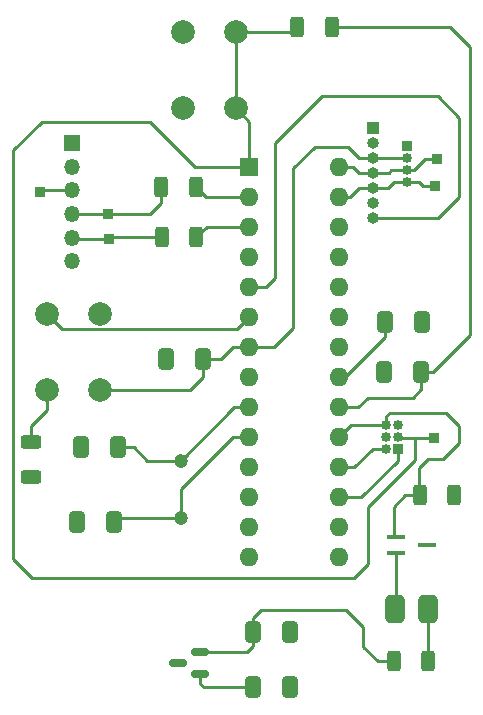
<source format=gbr>
%TF.GenerationSoftware,KiCad,Pcbnew,7.0.8*%
%TF.CreationDate,2023-11-13T12:09:03-08:00*%
%TF.ProjectId,411 PCB Arduino + Board Design,34313120-5043-4422-9041-726475696e6f,rev?*%
%TF.SameCoordinates,Original*%
%TF.FileFunction,Copper,L1,Top*%
%TF.FilePolarity,Positive*%
%FSLAX46Y46*%
G04 Gerber Fmt 4.6, Leading zero omitted, Abs format (unit mm)*
G04 Created by KiCad (PCBNEW 7.0.8) date 2023-11-13 12:09:03*
%MOMM*%
%LPD*%
G01*
G04 APERTURE LIST*
G04 Aperture macros list*
%AMRoundRect*
0 Rectangle with rounded corners*
0 $1 Rounding radius*
0 $2 $3 $4 $5 $6 $7 $8 $9 X,Y pos of 4 corners*
0 Add a 4 corners polygon primitive as box body*
4,1,4,$2,$3,$4,$5,$6,$7,$8,$9,$2,$3,0*
0 Add four circle primitives for the rounded corners*
1,1,$1+$1,$2,$3*
1,1,$1+$1,$4,$5*
1,1,$1+$1,$6,$7*
1,1,$1+$1,$8,$9*
0 Add four rect primitives between the rounded corners*
20,1,$1+$1,$2,$3,$4,$5,0*
20,1,$1+$1,$4,$5,$6,$7,0*
20,1,$1+$1,$6,$7,$8,$9,0*
20,1,$1+$1,$8,$9,$2,$3,0*%
G04 Aperture macros list end*
%TA.AperFunction,SMDPad,CuDef*%
%ADD10RoundRect,0.250000X-0.312500X-0.625000X0.312500X-0.625000X0.312500X0.625000X-0.312500X0.625000X0*%
%TD*%
%TA.AperFunction,ComponentPad*%
%ADD11R,0.850000X0.850000*%
%TD*%
%TA.AperFunction,ComponentPad*%
%ADD12C,2.000000*%
%TD*%
%TA.AperFunction,SMDPad,CuDef*%
%ADD13RoundRect,0.250000X-0.412500X-0.650000X0.412500X-0.650000X0.412500X0.650000X-0.412500X0.650000X0*%
%TD*%
%TA.AperFunction,SMDPad,CuDef*%
%ADD14R,1.500000X0.450000*%
%TD*%
%TA.AperFunction,ComponentPad*%
%ADD15R,1.000000X1.000000*%
%TD*%
%TA.AperFunction,ComponentPad*%
%ADD16O,1.000000X1.000000*%
%TD*%
%TA.AperFunction,SMDPad,CuDef*%
%ADD17RoundRect,0.412500X-0.412500X-0.792500X0.412500X-0.792500X0.412500X0.792500X-0.412500X0.792500X0*%
%TD*%
%TA.AperFunction,SMDPad,CuDef*%
%ADD18RoundRect,0.250000X0.312500X0.625000X-0.312500X0.625000X-0.312500X-0.625000X0.312500X-0.625000X0*%
%TD*%
%TA.AperFunction,SMDPad,CuDef*%
%ADD19RoundRect,0.250000X0.412500X0.650000X-0.412500X0.650000X-0.412500X-0.650000X0.412500X-0.650000X0*%
%TD*%
%TA.AperFunction,ComponentPad*%
%ADD20C,1.193800*%
%TD*%
%TA.AperFunction,ComponentPad*%
%ADD21O,0.850000X0.850000*%
%TD*%
%TA.AperFunction,SMDPad,CuDef*%
%ADD22RoundRect,0.150000X0.587500X0.150000X-0.587500X0.150000X-0.587500X-0.150000X0.587500X-0.150000X0*%
%TD*%
%TA.AperFunction,ComponentPad*%
%ADD23R,1.600000X1.600000*%
%TD*%
%TA.AperFunction,ComponentPad*%
%ADD24O,1.600000X1.600000*%
%TD*%
%TA.AperFunction,SMDPad,CuDef*%
%ADD25RoundRect,0.250000X0.625000X-0.312500X0.625000X0.312500X-0.625000X0.312500X-0.625000X-0.312500X0*%
%TD*%
%TA.AperFunction,ComponentPad*%
%ADD26R,1.350000X1.350000*%
%TD*%
%TA.AperFunction,ComponentPad*%
%ADD27O,1.350000X1.350000*%
%TD*%
%TA.AperFunction,Conductor*%
%ADD28C,0.250000*%
%TD*%
G04 APERTURE END LIST*
D10*
%TO.P,R2,1*%
%TO.N,+3.3V*%
X172222700Y-110388400D03*
%TO.P,R2,2*%
%TO.N,Net-(D1-A)*%
X175147700Y-110388400D03*
%TD*%
D11*
%TO.P,TP4,1,1*%
%TO.N,Net-(J2-Pin_5)*%
X148132800Y-74625200D03*
%TD*%
D12*
%TO.P,SW3,1,1*%
%TO.N,+3.3V*%
X147370800Y-87475200D03*
%TO.P,SW3,2,2*%
%TO.N,Net-(R6-Pad2)*%
X142870800Y-87475200D03*
%TO.P,SW3,3,K*%
%TO.N,unconnected-(SW3-K-Pad3)*%
X147370800Y-80975200D03*
%TO.P,SW3,4,A*%
%TO.N,Net-(SW3-A)*%
X142870800Y-80975200D03*
%TD*%
D13*
%TO.P,C3,1*%
%TO.N,GND*%
X152983400Y-84785200D03*
%TO.P,C3,2*%
%TO.N,+3.3V*%
X156108400Y-84785200D03*
%TD*%
D10*
%TO.P,R3,1*%
%TO.N,Net-(J1-SCK)*%
X174457900Y-96367600D03*
%TO.P,R3,2*%
%TO.N,GND*%
X177382900Y-96367600D03*
%TD*%
D11*
%TO.P,TP3,1,1*%
%TO.N,Net-(J2-Pin_4)*%
X148082000Y-72542400D03*
%TD*%
D14*
%TO.P,Q1,1,G*%
%TO.N,Net-(J1-SCK)*%
X172406000Y-99934000D03*
%TO.P,Q1,2,D*%
%TO.N,Net-(D1-K)*%
X172406000Y-101234000D03*
%TO.P,Q1,3,S*%
%TO.N,GND*%
X175066000Y-100584000D03*
%TD*%
D15*
%TO.P,JP1,1,1*%
%TO.N,/V_IN*%
X170484800Y-65227200D03*
D16*
%TO.P,JP1,2,2*%
%TO.N,GND*%
X170484800Y-66497200D03*
%TO.P,JP1,3,3*%
%TO.N,+3.3V*%
X170484800Y-67767200D03*
%TO.P,JP1,4,4*%
%TO.N,/SCL_3.3V*%
X170484800Y-69037200D03*
%TO.P,JP1,5,5*%
%TO.N,/SDA_3.3V*%
X170484800Y-70307200D03*
%TO.P,JP1,6,6*%
%TO.N,/INT*%
X170484800Y-71577200D03*
%TO.P,JP1,7,7*%
%TO.N,/LED_EN*%
X170484800Y-72847200D03*
%TD*%
D17*
%TO.P,D1,1,K*%
%TO.N,Net-(D1-K)*%
X172383800Y-106019600D03*
%TO.P,D1,2,A*%
%TO.N,Net-(D1-A)*%
X175183800Y-106019600D03*
%TD*%
D13*
%TO.P,C2,1*%
%TO.N,GND*%
X145757500Y-92303600D03*
%TO.P,C2,2*%
%TO.N,Net-(U1-XTAL1{slash}PB6)*%
X148882500Y-92303600D03*
%TD*%
D18*
%TO.P,R1,1*%
%TO.N,+3.3V*%
X166979600Y-56743600D03*
%TO.P,R1,2*%
%TO.N,Net-(J1-~{RST})*%
X164054600Y-56743600D03*
%TD*%
D13*
%TO.P,C6,1*%
%TO.N,+VDC*%
X160298600Y-112623600D03*
%TO.P,C6,2*%
%TO.N,GND*%
X163423600Y-112623600D03*
%TD*%
D12*
%TO.P,SW1,1,A*%
%TO.N,GND*%
X154402400Y-63599200D03*
X154402400Y-57099200D03*
%TO.P,SW1,2,B*%
%TO.N,Net-(J1-~{RST})*%
X158902400Y-63599200D03*
X158902400Y-57099200D03*
%TD*%
D19*
%TO.P,C5,1*%
%TO.N,GND*%
X174638100Y-81686400D03*
%TO.P,C5,2*%
%TO.N,Net-(U1-AREF)*%
X171513100Y-81686400D03*
%TD*%
D20*
%TO.P,Y1,1,1*%
%TO.N,Net-(U1-XTAL1{slash}PB6)*%
X154228800Y-93421200D03*
%TO.P,Y1,2,2*%
%TO.N,Net-(U1-XTAL2{slash}PB7)*%
X154228800Y-98301201D03*
%TD*%
D11*
%TO.P,J4,1,Pin_1*%
%TO.N,GND*%
X173329600Y-66802000D03*
D21*
%TO.P,J4,2,Pin_2*%
%TO.N,+3.3V*%
X173329600Y-67802000D03*
%TO.P,J4,3,Pin_3*%
%TO.N,/SCL_3.3V*%
X173329600Y-68802000D03*
%TO.P,J4,4,Pin_4*%
%TO.N,/SDA_3.3V*%
X173329600Y-69802000D03*
%TD*%
D13*
%TO.P,C4,1*%
%TO.N,GND*%
X171411500Y-85953600D03*
%TO.P,C4,2*%
%TO.N,+3.3V*%
X174536500Y-85953600D03*
%TD*%
D22*
%TO.P,J5,1,VIN*%
%TO.N,+VDC*%
X155849800Y-111490800D03*
%TO.P,J5,2,VOUT*%
%TO.N,+3.3V*%
X155849800Y-109590800D03*
%TO.P,J5,3,GND*%
%TO.N,GND*%
X153974800Y-110540800D03*
%TD*%
D11*
%TO.P,TP2,1,1*%
%TO.N,Net-(J2-Pin_3)*%
X142290800Y-70713600D03*
%TD*%
D23*
%TO.P,U1,1,~{RESET}/PC6*%
%TO.N,Net-(J1-~{RST})*%
X160020000Y-68580000D03*
D24*
%TO.P,U1,2,(RXD)PD0*%
%TO.N,Net-(U1-(RXD)PD0)*%
X160020000Y-71120000D03*
%TO.P,U1,3,(TXD)PD1*%
%TO.N,Net-(U1-(TXD)PD1)*%
X160020000Y-73660000D03*
%TO.P,U1,4,(INT0)PD2*%
%TO.N,unconnected-(U1-(INT0)PD2-Pad4)*%
X160020000Y-76200000D03*
%TO.P,U1,5,(INT1)PD3*%
%TO.N,/LED_EN*%
X160020000Y-78740000D03*
%TO.P,U1,6,(T0)PD4*%
%TO.N,Net-(SW3-A)*%
X160020000Y-81280000D03*
%TO.P,U1,7,VCC*%
%TO.N,+3.3V*%
X160020000Y-83820000D03*
%TO.P,U1,8,GND*%
%TO.N,GND*%
X160020000Y-86360000D03*
%TO.P,U1,9,XTAL1/PB6*%
%TO.N,Net-(U1-XTAL1{slash}PB6)*%
X160020000Y-88900000D03*
%TO.P,U1,10,XTAL2/PB7*%
%TO.N,Net-(U1-XTAL2{slash}PB7)*%
X160020000Y-91440000D03*
%TO.P,U1,11,(T1)PD5*%
%TO.N,unconnected-(U1-(T1)PD5-Pad11)*%
X160020000Y-93980000D03*
%TO.P,U1,12,(AIN0)PD6*%
%TO.N,unconnected-(U1-(AIN0)PD6-Pad12)*%
X160020000Y-96520000D03*
%TO.P,U1,13,(AIN1)PD7*%
%TO.N,unconnected-(U1-(AIN1)PD7-Pad13)*%
X160020000Y-99060000D03*
%TO.P,U1,14,(ICP)PB0*%
%TO.N,unconnected-(U1-(ICP)PB0-Pad14)*%
X160020000Y-101600000D03*
%TO.P,U1,15,(OC1)PB1*%
%TO.N,unconnected-(U1-(OC1)PB1-Pad15)*%
X167640000Y-101600000D03*
%TO.P,U1,16,(SS)PB2*%
%TO.N,unconnected-(U1-(SS)PB2-Pad16)*%
X167640000Y-99060000D03*
%TO.P,U1,17,(MOSI)PB3*%
%TO.N,Net-(J1-MOSI)*%
X167640000Y-96520000D03*
%TO.P,U1,18,(MISO)PB4*%
%TO.N,Net-(J1-MISO)*%
X167640000Y-93980000D03*
%TO.P,U1,19,(SCK)PB5*%
%TO.N,Net-(J1-SCK)*%
X167640000Y-91440000D03*
%TO.P,U1,20,AVCC*%
%TO.N,+3.3V*%
X167640000Y-88900000D03*
%TO.P,U1,21,AREF*%
%TO.N,Net-(U1-AREF)*%
X167640000Y-86360000D03*
%TO.P,U1,22,GND*%
%TO.N,GND*%
X167640000Y-83820000D03*
%TO.P,U1,23,(ADC0)PC0*%
%TO.N,unconnected-(U1-(ADC0)PC0-Pad23)*%
X167640000Y-81280000D03*
%TO.P,U1,24,(ADC1)PC1*%
%TO.N,unconnected-(U1-(ADC1)PC1-Pad24)*%
X167640000Y-78740000D03*
%TO.P,U1,25,(ADC2)PC2*%
%TO.N,unconnected-(U1-(ADC2)PC2-Pad25)*%
X167640000Y-76200000D03*
%TO.P,U1,26,(ADC3)PC3*%
%TO.N,unconnected-(U1-(ADC3)PC3-Pad26)*%
X167640000Y-73660000D03*
%TO.P,U1,27,(ADC4/SDA)PC4*%
%TO.N,/SDA_3.3V*%
X167640000Y-71120000D03*
%TO.P,U1,28,(ADC5/SCL)PC5*%
%TO.N,/SCL_3.3V*%
X167640000Y-68580000D03*
%TD*%
D13*
%TO.P,C7,1*%
%TO.N,+3.3V*%
X160298600Y-107950000D03*
%TO.P,C7,2*%
%TO.N,GND*%
X163423600Y-107950000D03*
%TD*%
D11*
%TO.P,TP6,1,1*%
%TO.N,/SDA_3.3V*%
X175768000Y-70154800D03*
%TD*%
%TO.P,TP1,1,1*%
%TO.N,Net-(J1-~{RST})*%
X175666400Y-91541600D03*
%TD*%
D21*
%TO.P,J1,1,MISO*%
%TO.N,Net-(J1-MISO)*%
X171567600Y-92424000D03*
%TO.P,J1,2,VCC*%
%TO.N,+5V*%
X171567600Y-91424000D03*
%TO.P,J1,3,SCK*%
%TO.N,Net-(J1-SCK)*%
X171567600Y-90424000D03*
D11*
%TO.P,J1,4,MOSI*%
%TO.N,Net-(J1-MOSI)*%
X172567600Y-92424000D03*
D21*
%TO.P,J1,5,~{RST}*%
%TO.N,Net-(J1-~{RST})*%
X172567600Y-91424000D03*
%TO.P,J1,6,GND*%
%TO.N,GND*%
X172567600Y-90424000D03*
%TD*%
D18*
%TO.P,R5,1*%
%TO.N,Net-(U1-(TXD)PD1)*%
X155538900Y-74523600D03*
%TO.P,R5,2*%
%TO.N,Net-(J2-Pin_5)*%
X152613900Y-74523600D03*
%TD*%
D11*
%TO.P,TP5,1,1*%
%TO.N,/SCL_3.3V*%
X175920400Y-67919600D03*
%TD*%
D25*
%TO.P,R6,1*%
%TO.N,GND*%
X141528800Y-94782100D03*
%TO.P,R6,2*%
%TO.N,Net-(R6-Pad2)*%
X141528800Y-91857100D03*
%TD*%
D13*
%TO.P,C1,1*%
%TO.N,GND*%
X145452700Y-98653600D03*
%TO.P,C1,2*%
%TO.N,Net-(U1-XTAL2{slash}PB7)*%
X148577700Y-98653600D03*
%TD*%
D18*
%TO.P,R4,1*%
%TO.N,Net-(U1-(RXD)PD0)*%
X155488100Y-70256400D03*
%TO.P,R4,2*%
%TO.N,Net-(J2-Pin_4)*%
X152563100Y-70256400D03*
%TD*%
D26*
%TO.P,J2,1,Pin_1*%
%TO.N,GND*%
X145034000Y-66548000D03*
D27*
%TO.P,J2,2,Pin_2*%
%TO.N,unconnected-(J2-Pin_2-Pad2)*%
X145034000Y-68548000D03*
%TO.P,J2,3,Pin_3*%
%TO.N,Net-(J2-Pin_3)*%
X145034000Y-70548000D03*
%TO.P,J2,4,Pin_4*%
%TO.N,Net-(J2-Pin_4)*%
X145034000Y-72548000D03*
%TO.P,J2,5,Pin_5*%
%TO.N,Net-(J2-Pin_5)*%
X145034000Y-74548000D03*
%TO.P,J2,6,Pin_6*%
%TO.N,unconnected-(J2-Pin_6-Pad6)*%
X145034000Y-76548000D03*
%TD*%
D28*
%TO.N,Net-(U1-XTAL2{slash}PB7)*%
X154228800Y-95859600D02*
X154228800Y-98301201D01*
X158648400Y-91440000D02*
X154228800Y-95859600D01*
X160020000Y-91440000D02*
X158648400Y-91440000D01*
X154228800Y-98301201D02*
X148930099Y-98301201D01*
X148930099Y-98301201D02*
X148577700Y-98653600D01*
%TO.N,Net-(U1-XTAL1{slash}PB6)*%
X160020000Y-88900000D02*
X158750000Y-88900000D01*
X154228800Y-93421200D02*
X151333200Y-93421200D01*
X158750000Y-88900000D02*
X154228800Y-93421200D01*
X151333200Y-93421200D02*
X150215600Y-92303600D01*
X150215600Y-92303600D02*
X148882500Y-92303600D01*
%TO.N,+3.3V*%
X167647200Y-88907200D02*
X169207600Y-88907200D01*
X173294800Y-67767200D02*
X173329600Y-67802000D01*
X147370800Y-87475200D02*
X154993200Y-87475200D01*
X169672000Y-109189250D02*
X170871150Y-110388400D01*
X168351200Y-66852800D02*
X165557200Y-66852800D01*
X170484800Y-67767200D02*
X169265600Y-67767200D01*
X159852400Y-109590800D02*
X160298600Y-109144600D01*
X160298600Y-107950000D02*
X160298600Y-106757000D01*
X160020000Y-83820000D02*
X158597600Y-83820000D01*
X157632400Y-84785200D02*
X156108400Y-84785200D01*
X170484800Y-67767200D02*
X173294800Y-67767200D01*
X167640000Y-88900000D02*
X167647200Y-88907200D01*
X170027600Y-88087200D02*
X173837600Y-88087200D01*
X174536500Y-85953600D02*
X175564800Y-85953600D01*
X168198800Y-106070400D02*
X169672000Y-107543600D01*
X174536500Y-87388300D02*
X174536500Y-85953600D01*
X163728400Y-82194400D02*
X162102800Y-83820000D01*
X160298600Y-109144600D02*
X160298600Y-107950000D01*
X169265600Y-67767200D02*
X168351200Y-66852800D01*
X175564800Y-85953600D02*
X178714400Y-82804000D01*
X177038000Y-56743600D02*
X166979600Y-56743600D01*
X154993200Y-87475200D02*
X156108400Y-86360000D01*
X160298600Y-106757000D02*
X160985200Y-106070400D01*
X178714400Y-82804000D02*
X178714400Y-58420000D01*
X155849800Y-109590800D02*
X159852400Y-109590800D01*
X169672000Y-107543600D02*
X169672000Y-109189250D01*
X160985200Y-106070400D02*
X168198800Y-106070400D01*
X169207600Y-88907200D02*
X170027600Y-88087200D01*
X173837600Y-88087200D02*
X174536500Y-87388300D01*
X162102800Y-83820000D02*
X160020000Y-83820000D01*
X156108400Y-86360000D02*
X156108400Y-84785200D01*
X170871150Y-110388400D02*
X172222700Y-110388400D01*
X178714400Y-58420000D02*
X177038000Y-56743600D01*
X163728400Y-68681600D02*
X163728400Y-82194400D01*
X158597600Y-83820000D02*
X157632400Y-84785200D01*
X165557200Y-66852800D02*
X163728400Y-68681600D01*
%TO.N,Net-(U1-AREF)*%
X171513100Y-81686400D02*
X171513100Y-82944100D01*
X168097200Y-86360000D02*
X167640000Y-86360000D01*
X171513100Y-82944100D02*
X168097200Y-86360000D01*
%TO.N,+VDC*%
X156159200Y-112623600D02*
X155849800Y-112314200D01*
X160298600Y-112623600D02*
X156159200Y-112623600D01*
X155849800Y-112314200D02*
X155849800Y-111490800D01*
%TO.N,Net-(D1-K)*%
X172406000Y-105997400D02*
X172383800Y-106019600D01*
X172406000Y-101234000D02*
X172406000Y-105997400D01*
%TO.N,Net-(D1-A)*%
X175183800Y-106019600D02*
X175183800Y-110352300D01*
X175183800Y-110352300D02*
X175147700Y-110388400D01*
%TO.N,Net-(J1-MISO)*%
X170466000Y-92424000D02*
X171567600Y-92424000D01*
X168910000Y-93980000D02*
X170466000Y-92424000D01*
X167640000Y-93980000D02*
X168910000Y-93980000D01*
%TO.N,Net-(J1-SCK)*%
X175158400Y-93319600D02*
X174396400Y-94081600D01*
X174396400Y-94081600D02*
X174396400Y-96367600D01*
X171567600Y-89678000D02*
X171888400Y-89357200D01*
X177800000Y-91897200D02*
X176377600Y-93319600D01*
X176377600Y-93319600D02*
X175158400Y-93319600D01*
X172222700Y-99750700D02*
X172222700Y-97322100D01*
X171567600Y-90424000D02*
X171567600Y-89678000D01*
X173177200Y-96367600D02*
X174457900Y-96367600D01*
X167640000Y-91440000D02*
X168656000Y-90424000D01*
X171888400Y-89357200D02*
X176682400Y-89357200D01*
X172406000Y-99934000D02*
X172222700Y-99750700D01*
X176682400Y-89357200D02*
X177800000Y-90474800D01*
X172222700Y-97322100D02*
X173177200Y-96367600D01*
X177800000Y-90474800D02*
X177800000Y-91897200D01*
X168656000Y-90424000D02*
X171567600Y-90424000D01*
%TO.N,Net-(J1-MOSI)*%
X172567600Y-93421200D02*
X172567600Y-92424000D01*
X167640000Y-96520000D02*
X169468800Y-96520000D01*
X169468800Y-96520000D02*
X172567600Y-93421200D01*
%TO.N,Net-(J1-~{RST})*%
X174040800Y-91541600D02*
X172685200Y-91541600D01*
X141579600Y-103327200D02*
X140004800Y-101752400D01*
X140004800Y-67157600D02*
X142443200Y-64719200D01*
X170027600Y-102158800D02*
X168859200Y-103327200D01*
X155448000Y-68580000D02*
X160020000Y-68580000D01*
X172685200Y-91541600D02*
X172567600Y-91424000D01*
X170027600Y-97383600D02*
X170027600Y-102158800D01*
X140004800Y-101752400D02*
X140004800Y-67157600D01*
X158902400Y-57099200D02*
X163699000Y-57099200D01*
X174040800Y-93370400D02*
X170027600Y-97383600D01*
X168859200Y-103327200D02*
X141579600Y-103327200D01*
X158902400Y-63599200D02*
X158902400Y-57099200D01*
X142443200Y-64719200D02*
X151587200Y-64719200D01*
X160020000Y-64716800D02*
X158902400Y-63599200D01*
X175666400Y-91541600D02*
X174040800Y-91541600D01*
X160020000Y-68580000D02*
X160020000Y-64716800D01*
X151587200Y-64719200D02*
X155448000Y-68580000D01*
X163699000Y-57099200D02*
X164054600Y-56743600D01*
X174040800Y-91541600D02*
X174040800Y-93370400D01*
%TO.N,Net-(J2-Pin_3)*%
X145034000Y-70548000D02*
X142456400Y-70548000D01*
X142456400Y-70548000D02*
X142290800Y-70713600D01*
%TO.N,Net-(J2-Pin_4)*%
X148082000Y-72542400D02*
X145039600Y-72542400D01*
X152563100Y-71617300D02*
X152563100Y-70256400D01*
X151638000Y-72542400D02*
X152563100Y-71617300D01*
X148082000Y-72542400D02*
X151638000Y-72542400D01*
X145039600Y-72542400D02*
X145034000Y-72548000D01*
%TO.N,Net-(J2-Pin_5)*%
X152613900Y-74523600D02*
X148234400Y-74523600D01*
X145111200Y-74625200D02*
X145034000Y-74548000D01*
X148132800Y-74625200D02*
X145111200Y-74625200D01*
X148234400Y-74523600D02*
X148132800Y-74625200D01*
%TO.N,/SCL_3.3V*%
X170484800Y-69037200D02*
X171805600Y-69037200D01*
X174853600Y-67919600D02*
X175920400Y-67919600D01*
X172040800Y-68802000D02*
X173329600Y-68802000D01*
X171805600Y-69037200D02*
X172040800Y-68802000D01*
X167640000Y-68580000D02*
X168808400Y-68580000D01*
X168808400Y-68580000D02*
X169265600Y-69037200D01*
X173329600Y-68802000D02*
X173971200Y-68802000D01*
X173971200Y-68802000D02*
X174853600Y-67919600D01*
X169265600Y-69037200D02*
X170484800Y-69037200D01*
%TO.N,/SDA_3.3V*%
X167640000Y-71120000D02*
X168503600Y-71120000D01*
X170484800Y-70307200D02*
X171754800Y-70307200D01*
X173329600Y-69802000D02*
X174399200Y-69802000D01*
X168503600Y-71120000D02*
X169316400Y-70307200D01*
X174399200Y-69802000D02*
X174752000Y-70154800D01*
X169316400Y-70307200D02*
X170484800Y-70307200D01*
X174752000Y-70154800D02*
X175768000Y-70154800D01*
X172260000Y-69802000D02*
X173329600Y-69802000D01*
X171754800Y-70307200D02*
X172260000Y-69802000D01*
%TO.N,/LED_EN*%
X177800000Y-64414400D02*
X175971200Y-62585600D01*
X177800000Y-71069200D02*
X177800000Y-64414400D01*
X175971200Y-62585600D02*
X166166800Y-62585600D01*
X166166800Y-62585600D02*
X162204400Y-66548000D01*
X170484800Y-72847200D02*
X176022000Y-72847200D01*
X162204400Y-77927200D02*
X161391600Y-78740000D01*
X162204400Y-66548000D02*
X162204400Y-77927200D01*
X161391600Y-78740000D02*
X160020000Y-78740000D01*
X176022000Y-72847200D02*
X177800000Y-71069200D01*
%TO.N,Net-(U1-(RXD)PD0)*%
X160020000Y-71120000D02*
X156351700Y-71120000D01*
X156351700Y-71120000D02*
X155488100Y-70256400D01*
%TO.N,Net-(U1-(TXD)PD1)*%
X160020000Y-73660000D02*
X156402500Y-73660000D01*
X156402500Y-73660000D02*
X155538900Y-74523600D01*
%TO.N,Net-(R6-Pad2)*%
X141528800Y-90525600D02*
X142870800Y-89183600D01*
X141528800Y-91857100D02*
X141528800Y-90525600D01*
X142870800Y-89183600D02*
X142870800Y-87475200D01*
%TO.N,Net-(SW3-A)*%
X158999800Y-82300200D02*
X144195800Y-82300200D01*
X144195800Y-82300200D02*
X142870800Y-80975200D01*
X160020000Y-81280000D02*
X158999800Y-82300200D01*
%TD*%
M02*

</source>
